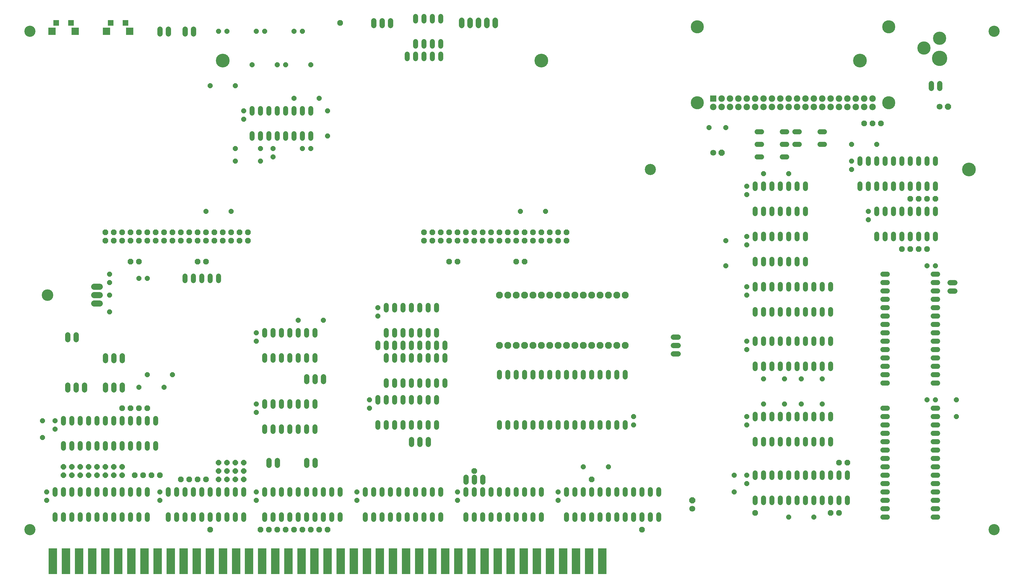
<source format=gts>
G04 EAGLE Gerber RS-274X export*
G75*
%MOMM*%
%FSLAX34Y34*%
%LPD*%
%INSoldermask Top*%
%IPPOS*%
%AMOC8*
5,1,8,0,0,1.08239X$1,22.5*%
G01*
%ADD10C,3.378200*%
%ADD11R,2.565400X7.823200*%
%ADD12C,1.524000*%
%ADD13P,1.759533X8X22.500000*%
%ADD14C,2.108200*%
%ADD15C,1.625600*%
%ADD16C,1.727200*%
%ADD17P,1.649562X8X22.500000*%
%ADD18P,1.649562X8X292.500000*%
%ADD19P,1.649562X8X202.500000*%
%ADD20P,1.649562X8X112.500000*%
%ADD21R,1.727200X1.727200*%
%ADD22R,2.298700X2.298700*%
%ADD23P,1.869504X8X22.500000*%
%ADD24C,4.165600*%
%ADD25P,1.869504X8X202.500000*%
%ADD26R,1.981200X1.981200*%
%ADD27C,1.981200*%
%ADD28C,3.969200*%
%ADD29P,1.951982X8X112.500000*%
%ADD30C,1.803400*%
%ADD31P,1.951982X8X22.500000*%
%ADD32P,1.759533X8X292.500000*%
%ADD33C,4.648200*%
%ADD34C,4.013200*%
%ADD35C,1.879600*%
%ADD36C,3.505200*%


D10*
X0Y0D03*
X2921000Y0D03*
X0Y1511300D03*
X2921000Y1511300D03*
X1879600Y1092200D03*
D11*
X941324Y-95250D03*
X901700Y-95250D03*
X980948Y-95250D03*
X1020572Y-95250D03*
X1060196Y-95250D03*
X1099820Y-95250D03*
X1139444Y-95250D03*
X1179068Y-95250D03*
X1218692Y-95250D03*
X1258316Y-95250D03*
X1297940Y-95250D03*
X1337564Y-95250D03*
X1377188Y-95250D03*
X1416812Y-95250D03*
X1456436Y-95250D03*
X1496060Y-95250D03*
X1535684Y-95250D03*
X1575308Y-95250D03*
X1614932Y-95250D03*
X1654556Y-95250D03*
X1694180Y-95250D03*
X1733804Y-95250D03*
X69596Y-95250D03*
X109220Y-95250D03*
X148844Y-95250D03*
X188468Y-95250D03*
X228092Y-95250D03*
X267716Y-95250D03*
X307340Y-95250D03*
X346964Y-95250D03*
X386588Y-95250D03*
X426212Y-95250D03*
X465836Y-95250D03*
X505460Y-95250D03*
X545084Y-95250D03*
X584708Y-95250D03*
X624332Y-95250D03*
X663956Y-95250D03*
X703580Y-95250D03*
X743204Y-95250D03*
X782828Y-95250D03*
X822452Y-95250D03*
X862076Y-95250D03*
D12*
X1016000Y31496D02*
X1016000Y44704D01*
X1041400Y44704D02*
X1041400Y31496D01*
X1168400Y31496D02*
X1168400Y44704D01*
X1193800Y44704D02*
X1193800Y31496D01*
X1066800Y31496D02*
X1066800Y44704D01*
X1092200Y44704D02*
X1092200Y31496D01*
X1143000Y31496D02*
X1143000Y44704D01*
X1117600Y44704D02*
X1117600Y31496D01*
X1219200Y31496D02*
X1219200Y44704D01*
X1244600Y44704D02*
X1244600Y31496D01*
X1244600Y107696D02*
X1244600Y120904D01*
X1219200Y120904D02*
X1219200Y107696D01*
X1193800Y107696D02*
X1193800Y120904D01*
X1168400Y120904D02*
X1168400Y107696D01*
X1143000Y107696D02*
X1143000Y120904D01*
X1117600Y120904D02*
X1117600Y107696D01*
X1092200Y107696D02*
X1092200Y120904D01*
X1066800Y120904D02*
X1066800Y107696D01*
X1041400Y107696D02*
X1041400Y120904D01*
X1016000Y120904D02*
X1016000Y107696D01*
X711200Y44704D02*
X711200Y31496D01*
X736600Y31496D02*
X736600Y44704D01*
X863600Y44704D02*
X863600Y31496D01*
X889000Y31496D02*
X889000Y44704D01*
X762000Y44704D02*
X762000Y31496D01*
X787400Y31496D02*
X787400Y44704D01*
X838200Y44704D02*
X838200Y31496D01*
X812800Y31496D02*
X812800Y44704D01*
X914400Y44704D02*
X914400Y31496D01*
X939800Y31496D02*
X939800Y44704D01*
X939800Y107696D02*
X939800Y120904D01*
X914400Y120904D02*
X914400Y107696D01*
X889000Y107696D02*
X889000Y120904D01*
X863600Y120904D02*
X863600Y107696D01*
X838200Y107696D02*
X838200Y120904D01*
X812800Y120904D02*
X812800Y107696D01*
X787400Y107696D02*
X787400Y120904D01*
X762000Y120904D02*
X762000Y107696D01*
X736600Y107696D02*
X736600Y120904D01*
X711200Y120904D02*
X711200Y107696D01*
X419100Y44704D02*
X419100Y31496D01*
X444500Y31496D02*
X444500Y44704D01*
X571500Y44704D02*
X571500Y31496D01*
X596900Y31496D02*
X596900Y44704D01*
X469900Y44704D02*
X469900Y31496D01*
X495300Y31496D02*
X495300Y44704D01*
X546100Y44704D02*
X546100Y31496D01*
X520700Y31496D02*
X520700Y44704D01*
X622300Y44704D02*
X622300Y31496D01*
X647700Y31496D02*
X647700Y44704D01*
X647700Y107696D02*
X647700Y120904D01*
X622300Y120904D02*
X622300Y107696D01*
X596900Y107696D02*
X596900Y120904D01*
X571500Y120904D02*
X571500Y107696D01*
X546100Y107696D02*
X546100Y120904D01*
X520700Y120904D02*
X520700Y107696D01*
X495300Y107696D02*
X495300Y120904D01*
X469900Y120904D02*
X469900Y107696D01*
X444500Y107696D02*
X444500Y120904D01*
X419100Y120904D02*
X419100Y107696D01*
X1320800Y44704D02*
X1320800Y31496D01*
X1346200Y31496D02*
X1346200Y44704D01*
X1473200Y44704D02*
X1473200Y31496D01*
X1498600Y31496D02*
X1498600Y44704D01*
X1371600Y44704D02*
X1371600Y31496D01*
X1397000Y31496D02*
X1397000Y44704D01*
X1447800Y44704D02*
X1447800Y31496D01*
X1422400Y31496D02*
X1422400Y44704D01*
X1524000Y44704D02*
X1524000Y31496D01*
X1549400Y31496D02*
X1549400Y44704D01*
X1549400Y107696D02*
X1549400Y120904D01*
X1524000Y120904D02*
X1524000Y107696D01*
X1498600Y107696D02*
X1498600Y120904D01*
X1473200Y120904D02*
X1473200Y107696D01*
X1447800Y107696D02*
X1447800Y120904D01*
X1422400Y120904D02*
X1422400Y107696D01*
X1397000Y107696D02*
X1397000Y120904D01*
X1371600Y120904D02*
X1371600Y107696D01*
X1346200Y107696D02*
X1346200Y120904D01*
X1320800Y120904D02*
X1320800Y107696D01*
X101600Y247396D02*
X101600Y260604D01*
X127000Y260604D02*
X127000Y247396D01*
X152400Y247396D02*
X152400Y260604D01*
X177800Y260604D02*
X177800Y247396D01*
X203200Y247396D02*
X203200Y260604D01*
X228600Y260604D02*
X228600Y247396D01*
X254000Y247396D02*
X254000Y260604D01*
X279400Y260604D02*
X279400Y247396D01*
X304800Y247396D02*
X304800Y260604D01*
X330200Y260604D02*
X330200Y247396D01*
X355600Y247396D02*
X355600Y260604D01*
X381000Y260604D02*
X381000Y247396D01*
X381000Y323596D02*
X381000Y336804D01*
X355600Y336804D02*
X355600Y323596D01*
X330200Y323596D02*
X330200Y336804D01*
X304800Y336804D02*
X304800Y323596D01*
X279400Y323596D02*
X279400Y336804D01*
X254000Y336804D02*
X254000Y323596D01*
X228600Y323596D02*
X228600Y336804D01*
X203200Y336804D02*
X203200Y323596D01*
X177800Y323596D02*
X177800Y336804D01*
X152400Y336804D02*
X152400Y323596D01*
X127000Y323596D02*
X127000Y336804D01*
X101600Y336804D02*
X101600Y323596D01*
X1625600Y44704D02*
X1625600Y31496D01*
X1651000Y31496D02*
X1651000Y44704D01*
X1676400Y44704D02*
X1676400Y31496D01*
X1701800Y31496D02*
X1701800Y44704D01*
X1727200Y44704D02*
X1727200Y31496D01*
X1752600Y31496D02*
X1752600Y44704D01*
X1778000Y44704D02*
X1778000Y31496D01*
X1803400Y31496D02*
X1803400Y44704D01*
X1828800Y44704D02*
X1828800Y31496D01*
X1854200Y31496D02*
X1854200Y44704D01*
X1879600Y44704D02*
X1879600Y31496D01*
X1905000Y31496D02*
X1905000Y44704D01*
X1905000Y107696D02*
X1905000Y120904D01*
X1879600Y120904D02*
X1879600Y107696D01*
X1854200Y107696D02*
X1854200Y120904D01*
X1828800Y120904D02*
X1828800Y107696D01*
X1803400Y107696D02*
X1803400Y120904D01*
X1778000Y120904D02*
X1778000Y107696D01*
X1752600Y107696D02*
X1752600Y120904D01*
X1727200Y120904D02*
X1727200Y107696D01*
X1701800Y107696D02*
X1701800Y120904D01*
X1676400Y120904D02*
X1676400Y107696D01*
X1651000Y107696D02*
X1651000Y120904D01*
X1625600Y120904D02*
X1625600Y107696D01*
X76200Y44704D02*
X76200Y31496D01*
X101600Y31496D02*
X101600Y44704D01*
X127000Y44704D02*
X127000Y31496D01*
X152400Y31496D02*
X152400Y44704D01*
X177800Y44704D02*
X177800Y31496D01*
X203200Y31496D02*
X203200Y44704D01*
X228600Y44704D02*
X228600Y31496D01*
X254000Y31496D02*
X254000Y44704D01*
X279400Y44704D02*
X279400Y31496D01*
X304800Y31496D02*
X304800Y44704D01*
X330200Y44704D02*
X330200Y31496D01*
X355600Y31496D02*
X355600Y44704D01*
X355600Y107696D02*
X355600Y120904D01*
X330200Y120904D02*
X330200Y107696D01*
X304800Y107696D02*
X304800Y120904D01*
X279400Y120904D02*
X279400Y107696D01*
X254000Y107696D02*
X254000Y120904D01*
X228600Y120904D02*
X228600Y107696D01*
X203200Y107696D02*
X203200Y120904D01*
X177800Y120904D02*
X177800Y107696D01*
X152400Y107696D02*
X152400Y120904D01*
X127000Y120904D02*
X127000Y107696D01*
X101600Y107696D02*
X101600Y120904D01*
X76200Y120904D02*
X76200Y107696D01*
D13*
X101600Y165100D03*
X101600Y190500D03*
X127000Y165100D03*
X127000Y190500D03*
X152400Y165100D03*
X152400Y190500D03*
X177800Y165100D03*
X177800Y190500D03*
X203200Y165100D03*
X203200Y190500D03*
X228600Y165100D03*
X228600Y190500D03*
X254000Y165100D03*
X254000Y190500D03*
X279400Y165100D03*
X279400Y190500D03*
D14*
X1803400Y711200D03*
X1778000Y711200D03*
X1752600Y711200D03*
X1727200Y711200D03*
X1701800Y711200D03*
X1676400Y711200D03*
X1651000Y711200D03*
X1625600Y711200D03*
X1600200Y711200D03*
X1574800Y711200D03*
X1549400Y711200D03*
X1524000Y711200D03*
X1498600Y711200D03*
X1473200Y711200D03*
X1447800Y711200D03*
X1422400Y711200D03*
X1422400Y558800D03*
X1447800Y558800D03*
X1473200Y558800D03*
X1498600Y558800D03*
X1549400Y558800D03*
X1574800Y558800D03*
X1600200Y558800D03*
X1625600Y558800D03*
X1651000Y558800D03*
X1676400Y558800D03*
X1701800Y558800D03*
X1727200Y558800D03*
X1752600Y558800D03*
X1778000Y558800D03*
X1803400Y558800D03*
X1524000Y558800D03*
D12*
X1168400Y1466596D02*
X1168400Y1479804D01*
X1193800Y1479804D02*
X1193800Y1466596D01*
X1219200Y1466596D02*
X1219200Y1479804D01*
X1244600Y1479804D02*
X1244600Y1466596D01*
X1244600Y1542796D02*
X1244600Y1556004D01*
X1219200Y1556004D02*
X1219200Y1542796D01*
X1193800Y1542796D02*
X1193800Y1556004D01*
X1168400Y1556004D02*
X1168400Y1542796D01*
X1143000Y1441704D02*
X1143000Y1428496D01*
X1168400Y1428496D02*
X1168400Y1441704D01*
X1193800Y1441704D02*
X1193800Y1428496D01*
X1219200Y1428496D02*
X1219200Y1441704D01*
X1244600Y1441704D02*
X1244600Y1428496D01*
D15*
X1948688Y533400D02*
X1962912Y533400D01*
X1962912Y558800D02*
X1948688Y558800D01*
X1948688Y584200D02*
X1962912Y584200D01*
D16*
X1308100Y1529080D02*
X1308100Y1544320D01*
X1333500Y1544320D02*
X1333500Y1529080D01*
X1358900Y1529080D02*
X1358900Y1544320D01*
X1384300Y1544320D02*
X1384300Y1529080D01*
X1409700Y1529080D02*
X1409700Y1544320D01*
D12*
X1803400Y476504D02*
X1803400Y463296D01*
X1778000Y463296D02*
X1778000Y476504D01*
X1651000Y476504D02*
X1651000Y463296D01*
X1625600Y463296D02*
X1625600Y476504D01*
X1752600Y476504D02*
X1752600Y463296D01*
X1727200Y463296D02*
X1727200Y476504D01*
X1676400Y476504D02*
X1676400Y463296D01*
X1701800Y463296D02*
X1701800Y476504D01*
X1600200Y476504D02*
X1600200Y463296D01*
X1574800Y463296D02*
X1574800Y476504D01*
X1549400Y476504D02*
X1549400Y463296D01*
X1524000Y463296D02*
X1524000Y476504D01*
X1498600Y476504D02*
X1498600Y463296D01*
X1473200Y463296D02*
X1473200Y476504D01*
X1447800Y476504D02*
X1447800Y463296D01*
X1422400Y463296D02*
X1422400Y476504D01*
X1422400Y324104D02*
X1422400Y310896D01*
X1447800Y310896D02*
X1447800Y324104D01*
X1473200Y324104D02*
X1473200Y310896D01*
X1498600Y310896D02*
X1498600Y324104D01*
X1524000Y324104D02*
X1524000Y310896D01*
X1549400Y310896D02*
X1549400Y324104D01*
X1574800Y324104D02*
X1574800Y310896D01*
X1600200Y310896D02*
X1600200Y324104D01*
X1625600Y324104D02*
X1625600Y310896D01*
X1651000Y310896D02*
X1651000Y324104D01*
X1676400Y324104D02*
X1676400Y310896D01*
X1701800Y310896D02*
X1701800Y324104D01*
X1727200Y324104D02*
X1727200Y310896D01*
X1752600Y310896D02*
X1752600Y324104D01*
X1778000Y324104D02*
X1778000Y310896D01*
X1803400Y310896D02*
X1803400Y324104D01*
D15*
X1155700Y273812D02*
X1155700Y259588D01*
X1181100Y259588D02*
X1181100Y273812D01*
X1206500Y273812D02*
X1206500Y259588D01*
D12*
X1079500Y590296D02*
X1079500Y603504D01*
X1104900Y603504D02*
X1104900Y590296D01*
X1231900Y590296D02*
X1231900Y603504D01*
X1231900Y666496D02*
X1231900Y679704D01*
X1130300Y603504D02*
X1130300Y590296D01*
X1155700Y590296D02*
X1155700Y603504D01*
X1206500Y603504D02*
X1206500Y590296D01*
X1181100Y590296D02*
X1181100Y603504D01*
X1206500Y666496D02*
X1206500Y679704D01*
X1181100Y679704D02*
X1181100Y666496D01*
X1155700Y666496D02*
X1155700Y679704D01*
X1130300Y679704D02*
X1130300Y666496D01*
X1104900Y666496D02*
X1104900Y679704D01*
X1079500Y679704D02*
X1079500Y666496D01*
X1079500Y451104D02*
X1079500Y437896D01*
X1104900Y437896D02*
X1104900Y451104D01*
X1231900Y451104D02*
X1231900Y437896D01*
X1257300Y437896D02*
X1257300Y451104D01*
X1130300Y451104D02*
X1130300Y437896D01*
X1155700Y437896D02*
X1155700Y451104D01*
X1206500Y451104D02*
X1206500Y437896D01*
X1181100Y437896D02*
X1181100Y451104D01*
X1257300Y514096D02*
X1257300Y527304D01*
X1231900Y527304D02*
X1231900Y514096D01*
X1206500Y514096D02*
X1206500Y527304D01*
X1181100Y527304D02*
X1181100Y514096D01*
X1155700Y514096D02*
X1155700Y527304D01*
X1130300Y527304D02*
X1130300Y514096D01*
X1104900Y514096D02*
X1104900Y527304D01*
X1079500Y527304D02*
X1079500Y514096D01*
X1054100Y552196D02*
X1054100Y565404D01*
X1079500Y565404D02*
X1079500Y552196D01*
X1104900Y552196D02*
X1104900Y565404D01*
X1130300Y565404D02*
X1130300Y552196D01*
X1155700Y552196D02*
X1155700Y565404D01*
X1181100Y565404D02*
X1181100Y552196D01*
X1206500Y552196D02*
X1206500Y565404D01*
X1231900Y565404D02*
X1231900Y552196D01*
X1257300Y552196D02*
X1257300Y565404D01*
X1054100Y324104D02*
X1054100Y310896D01*
X1079500Y310896D02*
X1079500Y324104D01*
X1206500Y324104D02*
X1206500Y310896D01*
X1231900Y310896D02*
X1231900Y324104D01*
X1104900Y324104D02*
X1104900Y310896D01*
X1130300Y310896D02*
X1130300Y324104D01*
X1181100Y324104D02*
X1181100Y310896D01*
X1155700Y310896D02*
X1155700Y324104D01*
X1231900Y387096D02*
X1231900Y400304D01*
X1206500Y400304D02*
X1206500Y387096D01*
X1181100Y387096D02*
X1181100Y400304D01*
X1155700Y400304D02*
X1155700Y387096D01*
X1130300Y387096D02*
X1130300Y400304D01*
X1104900Y400304D02*
X1104900Y387096D01*
X1079500Y387096D02*
X1079500Y400304D01*
X1054100Y400304D02*
X1054100Y387096D01*
D15*
X1320800Y159512D02*
X1320800Y145288D01*
X1346200Y145288D02*
X1346200Y159512D01*
X1371600Y159512D02*
X1371600Y145288D01*
X838200Y450088D02*
X838200Y464312D01*
X863600Y464312D02*
X863600Y450088D01*
X889000Y450088D02*
X889000Y464312D01*
D17*
X330200Y762000D03*
X355600Y762000D03*
D18*
X685800Y381000D03*
X685800Y355600D03*
X685800Y596900D03*
X685800Y571500D03*
X2489200Y1117600D03*
X2489200Y1092200D03*
X1054100Y673100D03*
X1054100Y647700D03*
X2540000Y965200D03*
X2540000Y939800D03*
D19*
X2743200Y800100D03*
X2717800Y800100D03*
D18*
X1028700Y393700D03*
X1028700Y368300D03*
X50800Y114300D03*
X50800Y88900D03*
X393700Y114300D03*
X393700Y88900D03*
X990600Y114300D03*
X990600Y88900D03*
X685800Y114300D03*
X685800Y88900D03*
X76200Y330200D03*
X76200Y304800D03*
X1295400Y114300D03*
X1295400Y88900D03*
D20*
X1828800Y317500D03*
X1828800Y342900D03*
D18*
X1600200Y114300D03*
X1600200Y88900D03*
D21*
X124079Y1536446D03*
X79121Y1536446D03*
D22*
X136652Y1511554D03*
X66548Y1511554D03*
D21*
X289179Y1536446D03*
X244221Y1536446D03*
D22*
X301752Y1511554D03*
X231648Y1511554D03*
D15*
X419100Y1518412D02*
X419100Y1504188D01*
X393700Y1504188D02*
X393700Y1518412D01*
X495300Y1518412D02*
X495300Y1504188D01*
X469900Y1504188D02*
X469900Y1518412D01*
D17*
X546100Y1346200D03*
X622300Y1346200D03*
D19*
X596900Y1511300D03*
X571500Y1511300D03*
D17*
X1676400Y190500D03*
X1752600Y190500D03*
D23*
X279400Y368300D03*
X304800Y368300D03*
X330200Y368300D03*
X355600Y368300D03*
X317500Y165100D03*
X939800Y1536700D03*
D19*
X711200Y1511300D03*
X685800Y1511300D03*
D15*
X1041400Y1529588D02*
X1041400Y1543812D01*
X1066800Y1543812D02*
X1066800Y1529588D01*
X1092200Y1529588D02*
X1092200Y1543812D01*
D24*
X2514600Y1422400D03*
X1549400Y1422400D03*
X2844800Y1092200D03*
D25*
X1625600Y901700D03*
X1600200Y901700D03*
X1574800Y901700D03*
X1549400Y901700D03*
X1524000Y901700D03*
X1498600Y901700D03*
X1625600Y876300D03*
X1600200Y876300D03*
X1574800Y876300D03*
X1549400Y876300D03*
X1524000Y876300D03*
X1498600Y876300D03*
X1473200Y901700D03*
X1473200Y876300D03*
X1447800Y901700D03*
X1422400Y901700D03*
X1397000Y901700D03*
X1371600Y901700D03*
X1346200Y901700D03*
X1320800Y901700D03*
X1447800Y876300D03*
X1422400Y876300D03*
X1397000Y876300D03*
X1371600Y876300D03*
X1346200Y876300D03*
X1320800Y876300D03*
X1295400Y901700D03*
X1295400Y876300D03*
X1270000Y901700D03*
X1244600Y901700D03*
X1219200Y901700D03*
X1193800Y901700D03*
X1270000Y876300D03*
X1244600Y876300D03*
X1219200Y876300D03*
X1193800Y876300D03*
D24*
X584200Y1422400D03*
D25*
X660400Y901700D03*
X635000Y901700D03*
X609600Y901700D03*
X584200Y901700D03*
X558800Y901700D03*
X533400Y901700D03*
X660400Y876300D03*
X635000Y876300D03*
X609600Y876300D03*
X584200Y876300D03*
X558800Y876300D03*
X533400Y876300D03*
X508000Y901700D03*
X508000Y876300D03*
X482600Y901700D03*
X457200Y901700D03*
X431800Y901700D03*
X406400Y901700D03*
X381000Y901700D03*
X355600Y901700D03*
X482600Y876300D03*
X457200Y876300D03*
X431800Y876300D03*
X406400Y876300D03*
X381000Y876300D03*
X355600Y876300D03*
X330200Y901700D03*
X330200Y876300D03*
X304800Y901700D03*
X279400Y901700D03*
X254000Y901700D03*
X228600Y901700D03*
X304800Y876300D03*
X279400Y876300D03*
X254000Y876300D03*
X228600Y876300D03*
D23*
X1473200Y812800D03*
X1498600Y812800D03*
X1270000Y812800D03*
X1295400Y812800D03*
X304800Y812800D03*
X330200Y812800D03*
X508000Y812800D03*
X533400Y812800D03*
X901700Y0D03*
X876300Y0D03*
X825500Y0D03*
X800100Y0D03*
X774700Y0D03*
X749300Y0D03*
X698500Y0D03*
X850900Y0D03*
D12*
X2197100Y958596D02*
X2197100Y971804D01*
X2222500Y971804D02*
X2222500Y958596D01*
X2349500Y958596D02*
X2349500Y971804D01*
X2349500Y1034796D02*
X2349500Y1048004D01*
X2247900Y971804D02*
X2247900Y958596D01*
X2273300Y958596D02*
X2273300Y971804D01*
X2324100Y971804D02*
X2324100Y958596D01*
X2298700Y958596D02*
X2298700Y971804D01*
X2324100Y1034796D02*
X2324100Y1048004D01*
X2298700Y1048004D02*
X2298700Y1034796D01*
X2273300Y1034796D02*
X2273300Y1048004D01*
X2247900Y1048004D02*
X2247900Y1034796D01*
X2222500Y1034796D02*
X2222500Y1048004D01*
X2197100Y1048004D02*
X2197100Y1034796D01*
X2197100Y819404D02*
X2197100Y806196D01*
X2222500Y806196D02*
X2222500Y819404D01*
X2349500Y819404D02*
X2349500Y806196D01*
X2349500Y882396D02*
X2349500Y895604D01*
X2247900Y819404D02*
X2247900Y806196D01*
X2273300Y806196D02*
X2273300Y819404D01*
X2324100Y819404D02*
X2324100Y806196D01*
X2298700Y806196D02*
X2298700Y819404D01*
X2324100Y882396D02*
X2324100Y895604D01*
X2298700Y895604D02*
X2298700Y882396D01*
X2273300Y882396D02*
X2273300Y895604D01*
X2247900Y895604D02*
X2247900Y882396D01*
X2222500Y882396D02*
X2222500Y895604D01*
X2197100Y895604D02*
X2197100Y882396D01*
X2197100Y273304D02*
X2197100Y260096D01*
X2222500Y260096D02*
X2222500Y273304D01*
X2349500Y273304D02*
X2349500Y260096D01*
X2374900Y260096D02*
X2374900Y273304D01*
X2247900Y273304D02*
X2247900Y260096D01*
X2273300Y260096D02*
X2273300Y273304D01*
X2324100Y273304D02*
X2324100Y260096D01*
X2298700Y260096D02*
X2298700Y273304D01*
X2400300Y273304D02*
X2400300Y260096D01*
X2425700Y260096D02*
X2425700Y273304D01*
X2425700Y336296D02*
X2425700Y349504D01*
X2400300Y349504D02*
X2400300Y336296D01*
X2374900Y336296D02*
X2374900Y349504D01*
X2349500Y349504D02*
X2349500Y336296D01*
X2324100Y336296D02*
X2324100Y349504D01*
X2298700Y349504D02*
X2298700Y336296D01*
X2273300Y336296D02*
X2273300Y349504D01*
X2247900Y349504D02*
X2247900Y336296D01*
X2222500Y336296D02*
X2222500Y349504D01*
X2197100Y349504D02*
X2197100Y336296D01*
X2197100Y653796D02*
X2197100Y667004D01*
X2222500Y667004D02*
X2222500Y653796D01*
X2349500Y653796D02*
X2349500Y667004D01*
X2374900Y667004D02*
X2374900Y653796D01*
X2247900Y653796D02*
X2247900Y667004D01*
X2273300Y667004D02*
X2273300Y653796D01*
X2324100Y653796D02*
X2324100Y667004D01*
X2298700Y667004D02*
X2298700Y653796D01*
X2400300Y653796D02*
X2400300Y667004D01*
X2425700Y667004D02*
X2425700Y653796D01*
X2425700Y729996D02*
X2425700Y743204D01*
X2400300Y743204D02*
X2400300Y729996D01*
X2374900Y729996D02*
X2374900Y743204D01*
X2349500Y743204D02*
X2349500Y729996D01*
X2324100Y729996D02*
X2324100Y743204D01*
X2298700Y743204D02*
X2298700Y729996D01*
X2273300Y729996D02*
X2273300Y743204D01*
X2247900Y743204D02*
X2247900Y729996D01*
X2222500Y729996D02*
X2222500Y743204D01*
X2197100Y743204D02*
X2197100Y729996D01*
X2197100Y501904D02*
X2197100Y488696D01*
X2222500Y488696D02*
X2222500Y501904D01*
X2349500Y501904D02*
X2349500Y488696D01*
X2374900Y488696D02*
X2374900Y501904D01*
X2247900Y501904D02*
X2247900Y488696D01*
X2273300Y488696D02*
X2273300Y501904D01*
X2324100Y501904D02*
X2324100Y488696D01*
X2298700Y488696D02*
X2298700Y501904D01*
X2400300Y501904D02*
X2400300Y488696D01*
X2425700Y488696D02*
X2425700Y501904D01*
X2425700Y564896D02*
X2425700Y578104D01*
X2400300Y578104D02*
X2400300Y564896D01*
X2374900Y564896D02*
X2374900Y578104D01*
X2349500Y578104D02*
X2349500Y564896D01*
X2324100Y564896D02*
X2324100Y578104D01*
X2298700Y578104D02*
X2298700Y564896D01*
X2273300Y564896D02*
X2273300Y578104D01*
X2247900Y578104D02*
X2247900Y564896D01*
X2222500Y564896D02*
X2222500Y578104D01*
X2197100Y578104D02*
X2197100Y564896D01*
D18*
X2108200Y876300D03*
X2108200Y800100D03*
D12*
X2197100Y95504D02*
X2197100Y82296D01*
X2222500Y82296D02*
X2222500Y95504D01*
X2247900Y95504D02*
X2247900Y82296D01*
X2273300Y82296D02*
X2273300Y95504D01*
X2298700Y95504D02*
X2298700Y82296D01*
X2324100Y82296D02*
X2324100Y95504D01*
X2349500Y95504D02*
X2349500Y82296D01*
X2374900Y82296D02*
X2374900Y95504D01*
X2400300Y95504D02*
X2400300Y82296D01*
X2425700Y82296D02*
X2425700Y95504D01*
X2451100Y95504D02*
X2451100Y82296D01*
X2476500Y82296D02*
X2476500Y95504D01*
X2476500Y158496D02*
X2476500Y171704D01*
X2451100Y171704D02*
X2451100Y158496D01*
X2425700Y158496D02*
X2425700Y171704D01*
X2400300Y171704D02*
X2400300Y158496D01*
X2374900Y158496D02*
X2374900Y171704D01*
X2349500Y171704D02*
X2349500Y158496D01*
X2324100Y158496D02*
X2324100Y171704D01*
X2298700Y171704D02*
X2298700Y158496D01*
X2273300Y158496D02*
X2273300Y171704D01*
X2247900Y171704D02*
X2247900Y158496D01*
X2222500Y158496D02*
X2222500Y171704D01*
X2197100Y171704D02*
X2197100Y158496D01*
D26*
X2070100Y1307400D03*
D27*
X2070100Y1282000D03*
X2095500Y1307400D03*
X2095500Y1282000D03*
X2120900Y1307400D03*
X2120900Y1282000D03*
X2146300Y1307400D03*
X2146300Y1282000D03*
X2171700Y1307400D03*
X2171700Y1282000D03*
X2197100Y1307400D03*
X2197100Y1282000D03*
X2222500Y1307400D03*
X2222500Y1282000D03*
X2247900Y1307400D03*
X2247900Y1282000D03*
X2273300Y1307400D03*
X2273300Y1282000D03*
X2298700Y1307400D03*
X2298700Y1282000D03*
X2324100Y1307400D03*
X2324100Y1282000D03*
X2349500Y1307400D03*
X2349500Y1282000D03*
X2374900Y1307400D03*
X2374900Y1282000D03*
X2400300Y1307400D03*
X2400300Y1282000D03*
X2425700Y1307400D03*
X2425700Y1282000D03*
X2451100Y1307400D03*
X2451100Y1282000D03*
X2476500Y1307400D03*
X2476500Y1282000D03*
X2501900Y1307400D03*
X2501900Y1282000D03*
X2527300Y1307400D03*
X2527300Y1282000D03*
X2552700Y1307400D03*
X2552700Y1282000D03*
D28*
X2021400Y1524700D03*
X2021400Y1294700D03*
X2601400Y1294700D03*
X2601400Y1524700D03*
D18*
X2400300Y457200D03*
X2400300Y381000D03*
X2336800Y457200D03*
X2336800Y381000D03*
X2286000Y457200D03*
X2286000Y381000D03*
X2222500Y457200D03*
X2222500Y381000D03*
D12*
X2317496Y1206500D02*
X2330704Y1206500D01*
X2393696Y1206500D02*
X2406904Y1206500D01*
X2292604Y1206500D02*
X2279396Y1206500D01*
X2216404Y1206500D02*
X2203196Y1206500D01*
X2279396Y1168400D02*
X2292604Y1168400D01*
X2216404Y1168400D02*
X2203196Y1168400D01*
X2279396Y1130300D02*
X2292604Y1130300D01*
X2216404Y1130300D02*
X2203196Y1130300D01*
D18*
X2171700Y1041400D03*
X2171700Y1016000D03*
X2171700Y889000D03*
X2171700Y863600D03*
X2171700Y571500D03*
X2171700Y546100D03*
X2171700Y736600D03*
X2171700Y711200D03*
X2171700Y342900D03*
X2171700Y317500D03*
X2171700Y165100D03*
X2171700Y139700D03*
D23*
X1701800Y152400D03*
X2451100Y50800D03*
X2476500Y203200D03*
X2451100Y203200D03*
D29*
X2006600Y88900D03*
D30*
X2006600Y63500D03*
D31*
X2095500Y1143000D03*
D30*
X2070100Y1143000D03*
D23*
X2425700Y50800D03*
X2197100Y50800D03*
D12*
X2584196Y368300D02*
X2597404Y368300D01*
X2597404Y342900D02*
X2584196Y342900D01*
X2584196Y317500D02*
X2597404Y317500D01*
X2597404Y292100D02*
X2584196Y292100D01*
X2584196Y266700D02*
X2597404Y266700D01*
X2597404Y241300D02*
X2584196Y241300D01*
X2584196Y215900D02*
X2597404Y215900D01*
X2597404Y190500D02*
X2584196Y190500D01*
X2584196Y165100D02*
X2597404Y165100D01*
X2597404Y139700D02*
X2584196Y139700D01*
X2584196Y114300D02*
X2597404Y114300D01*
X2597404Y88900D02*
X2584196Y88900D01*
X2584196Y63500D02*
X2597404Y63500D01*
X2597404Y38100D02*
X2584196Y38100D01*
X2736596Y38100D02*
X2749804Y38100D01*
X2749804Y63500D02*
X2736596Y63500D01*
X2736596Y88900D02*
X2749804Y88900D01*
X2749804Y114300D02*
X2736596Y114300D01*
X2736596Y139700D02*
X2749804Y139700D01*
X2749804Y165100D02*
X2736596Y165100D01*
X2736596Y190500D02*
X2749804Y190500D01*
X2749804Y215900D02*
X2736596Y215900D01*
X2736596Y241300D02*
X2749804Y241300D01*
X2749804Y266700D02*
X2736596Y266700D01*
X2736596Y292100D02*
X2749804Y292100D01*
X2749804Y317500D02*
X2736596Y317500D01*
X2736596Y342900D02*
X2749804Y342900D01*
X2749804Y368300D02*
X2736596Y368300D01*
D19*
X2743200Y393700D03*
X2717800Y393700D03*
X2298700Y1079500D03*
X2222500Y1079500D03*
D12*
X2514600Y1048004D02*
X2514600Y1034796D01*
X2540000Y1034796D02*
X2540000Y1048004D01*
X2667000Y1048004D02*
X2667000Y1034796D01*
X2692400Y1034796D02*
X2692400Y1048004D01*
X2565400Y1048004D02*
X2565400Y1034796D01*
X2590800Y1034796D02*
X2590800Y1048004D01*
X2641600Y1048004D02*
X2641600Y1034796D01*
X2616200Y1034796D02*
X2616200Y1048004D01*
X2717800Y1048004D02*
X2717800Y1034796D01*
X2743200Y1034796D02*
X2743200Y1048004D01*
X2743200Y1110996D02*
X2743200Y1124204D01*
X2717800Y1124204D02*
X2717800Y1110996D01*
X2692400Y1110996D02*
X2692400Y1124204D01*
X2667000Y1124204D02*
X2667000Y1110996D01*
X2641600Y1110996D02*
X2641600Y1124204D01*
X2616200Y1124204D02*
X2616200Y1110996D01*
X2590800Y1110996D02*
X2590800Y1124204D01*
X2565400Y1124204D02*
X2565400Y1110996D01*
X2540000Y1110996D02*
X2540000Y1124204D01*
X2514600Y1124204D02*
X2514600Y1110996D01*
D17*
X2057400Y1219200D03*
X2108200Y1219200D03*
D18*
X2806700Y393700D03*
X2806700Y342900D03*
X38100Y330200D03*
X38100Y279400D03*
X2133600Y165100D03*
X2133600Y114300D03*
D19*
X2374900Y38100D03*
X2298700Y38100D03*
X825500Y1511300D03*
X800100Y1511300D03*
D12*
X673100Y1200404D02*
X673100Y1187196D01*
X698500Y1187196D02*
X698500Y1200404D01*
X825500Y1200404D02*
X825500Y1187196D01*
X850900Y1187196D02*
X850900Y1200404D01*
X723900Y1200404D02*
X723900Y1187196D01*
X749300Y1187196D02*
X749300Y1200404D01*
X800100Y1200404D02*
X800100Y1187196D01*
X774700Y1187196D02*
X774700Y1200404D01*
X850900Y1263396D02*
X850900Y1276604D01*
X825500Y1276604D02*
X825500Y1263396D01*
X800100Y1263396D02*
X800100Y1276604D01*
X774700Y1276604D02*
X774700Y1263396D01*
X749300Y1263396D02*
X749300Y1276604D01*
X723900Y1276604D02*
X723900Y1263396D01*
X698500Y1263396D02*
X698500Y1276604D01*
X673100Y1276604D02*
X673100Y1263396D01*
D19*
X698500Y1155700D03*
X622300Y1155700D03*
D20*
X736600Y1130300D03*
X736600Y1155700D03*
D19*
X698500Y1117600D03*
X622300Y1117600D03*
D17*
X673100Y1409700D03*
X749300Y1409700D03*
X800100Y1308100D03*
X876300Y1308100D03*
X825500Y1155700D03*
X850900Y1155700D03*
D20*
X901700Y1193800D03*
X901700Y1270000D03*
D17*
X774700Y1409700D03*
X850900Y1409700D03*
D18*
X647700Y1270000D03*
X647700Y1244600D03*
D32*
X571500Y203200D03*
X596900Y203200D03*
X571500Y177800D03*
X596900Y177800D03*
X571500Y152400D03*
X596900Y152400D03*
X622300Y203200D03*
X647700Y203200D03*
X622300Y177800D03*
X647700Y177800D03*
X622300Y152400D03*
X647700Y152400D03*
D12*
X711200Y298196D02*
X711200Y311404D01*
X736600Y311404D02*
X736600Y298196D01*
X863600Y298196D02*
X863600Y311404D01*
X863600Y374396D02*
X863600Y387604D01*
X762000Y311404D02*
X762000Y298196D01*
X787400Y298196D02*
X787400Y311404D01*
X838200Y311404D02*
X838200Y298196D01*
X812800Y298196D02*
X812800Y311404D01*
X838200Y374396D02*
X838200Y387604D01*
X812800Y387604D02*
X812800Y374396D01*
X787400Y374396D02*
X787400Y387604D01*
X762000Y387604D02*
X762000Y374396D01*
X736600Y374396D02*
X736600Y387604D01*
X711200Y387604D02*
X711200Y374396D01*
X711200Y514096D02*
X711200Y527304D01*
X736600Y527304D02*
X736600Y514096D01*
X863600Y514096D02*
X863600Y527304D01*
X863600Y590296D02*
X863600Y603504D01*
X762000Y527304D02*
X762000Y514096D01*
X787400Y514096D02*
X787400Y527304D01*
X838200Y527304D02*
X838200Y514096D01*
X812800Y514096D02*
X812800Y527304D01*
X838200Y590296D02*
X838200Y603504D01*
X812800Y603504D02*
X812800Y590296D01*
X787400Y590296D02*
X787400Y603504D01*
X762000Y603504D02*
X762000Y590296D01*
X736600Y590296D02*
X736600Y603504D01*
X711200Y603504D02*
X711200Y590296D01*
D15*
X723900Y210312D02*
X723900Y196088D01*
X749300Y196088D02*
X749300Y210312D01*
D12*
X2565400Y882396D02*
X2565400Y895604D01*
X2590800Y895604D02*
X2590800Y882396D01*
X2717800Y882396D02*
X2717800Y895604D01*
X2743200Y895604D02*
X2743200Y882396D01*
X2616200Y882396D02*
X2616200Y895604D01*
X2641600Y895604D02*
X2641600Y882396D01*
X2692400Y882396D02*
X2692400Y895604D01*
X2667000Y895604D02*
X2667000Y882396D01*
X2743200Y958596D02*
X2743200Y971804D01*
X2717800Y971804D02*
X2717800Y958596D01*
X2692400Y958596D02*
X2692400Y971804D01*
X2667000Y971804D02*
X2667000Y958596D01*
X2641600Y958596D02*
X2641600Y971804D01*
X2616200Y971804D02*
X2616200Y958596D01*
X2590800Y958596D02*
X2590800Y971804D01*
X2565400Y971804D02*
X2565400Y958596D01*
X2584196Y774700D02*
X2597404Y774700D01*
X2597404Y749300D02*
X2584196Y749300D01*
X2584196Y723900D02*
X2597404Y723900D01*
X2597404Y698500D02*
X2584196Y698500D01*
X2584196Y673100D02*
X2597404Y673100D01*
X2597404Y647700D02*
X2584196Y647700D01*
X2584196Y622300D02*
X2597404Y622300D01*
X2597404Y596900D02*
X2584196Y596900D01*
X2584196Y571500D02*
X2597404Y571500D01*
X2597404Y546100D02*
X2584196Y546100D01*
X2584196Y520700D02*
X2597404Y520700D01*
X2597404Y495300D02*
X2584196Y495300D01*
X2584196Y469900D02*
X2597404Y469900D01*
X2597404Y444500D02*
X2584196Y444500D01*
X2736596Y444500D02*
X2749804Y444500D01*
X2749804Y469900D02*
X2736596Y469900D01*
X2736596Y495300D02*
X2749804Y495300D01*
X2749804Y520700D02*
X2736596Y520700D01*
X2736596Y546100D02*
X2749804Y546100D01*
X2749804Y571500D02*
X2736596Y571500D01*
X2736596Y596900D02*
X2749804Y596900D01*
X2749804Y622300D02*
X2736596Y622300D01*
X2736596Y647700D02*
X2749804Y647700D01*
X2749804Y673100D02*
X2736596Y673100D01*
X2736596Y698500D02*
X2749804Y698500D01*
X2749804Y723900D02*
X2736596Y723900D01*
X2736596Y749300D02*
X2749804Y749300D01*
X2749804Y774700D02*
X2736596Y774700D01*
D15*
X2786888Y723900D02*
X2801112Y723900D01*
X2801112Y749300D02*
X2786888Y749300D01*
D23*
X723900Y0D03*
D15*
X838200Y196088D02*
X838200Y210312D01*
X863600Y210312D02*
X863600Y196088D01*
D19*
X889000Y635000D03*
X812800Y635000D03*
D12*
X571500Y755396D02*
X571500Y768604D01*
X546100Y768604D02*
X546100Y755396D01*
X520700Y755396D02*
X520700Y768604D01*
X495300Y768604D02*
X495300Y755396D01*
X469900Y755396D02*
X469900Y768604D01*
D15*
X2730500Y1339088D02*
X2730500Y1353312D01*
X2755900Y1353312D02*
X2755900Y1339088D01*
D33*
X2755900Y1429500D03*
D34*
X2755900Y1490500D03*
X2707900Y1460500D03*
D31*
X2781300Y1282700D03*
D30*
X2755900Y1282700D03*
D23*
X2578100Y1231900D03*
X2552700Y1231900D03*
X2527300Y1231900D03*
D19*
X609600Y965200D03*
X533400Y965200D03*
X1562100Y965200D03*
X1485900Y965200D03*
D23*
X2667000Y1003300D03*
X2692400Y1003300D03*
X2641600Y850900D03*
X2667000Y850900D03*
X2743200Y1003300D03*
X2717800Y1003300D03*
X2717800Y850900D03*
X2692400Y850900D03*
X546100Y0D03*
D15*
X228600Y513588D02*
X228600Y527812D01*
X254000Y527812D02*
X254000Y513588D01*
X279400Y513588D02*
X279400Y527812D01*
X228600Y438912D02*
X228600Y424688D01*
X254000Y424688D02*
X254000Y438912D01*
X279400Y438912D02*
X279400Y424688D01*
D23*
X1346200Y177800D03*
X368300Y165100D03*
X393700Y165100D03*
X342900Y165100D03*
D17*
X330200Y431800D03*
X406400Y431800D03*
X355600Y469900D03*
X431800Y469900D03*
D15*
X114300Y438912D02*
X114300Y424688D01*
X139700Y424688D02*
X139700Y438912D01*
X165100Y438912D02*
X165100Y424688D01*
D35*
X194818Y685800D02*
X211582Y685800D01*
X211582Y711200D02*
X194818Y711200D01*
X194818Y736600D02*
X211582Y736600D01*
D36*
X53340Y711200D03*
D20*
X241300Y660400D03*
X241300Y711200D03*
D15*
X114300Y591312D02*
X114300Y577088D01*
X139700Y577088D02*
X139700Y591312D01*
D18*
X241300Y774700D03*
X241300Y749300D03*
D12*
X2317496Y1168400D02*
X2330704Y1168400D01*
X2393696Y1168400D02*
X2406904Y1168400D01*
D17*
X2489200Y1168400D03*
X2565400Y1168400D03*
D23*
X1854200Y0D03*
X508000Y152400D03*
X533400Y152400D03*
X482600Y152400D03*
X457200Y152400D03*
M02*

</source>
